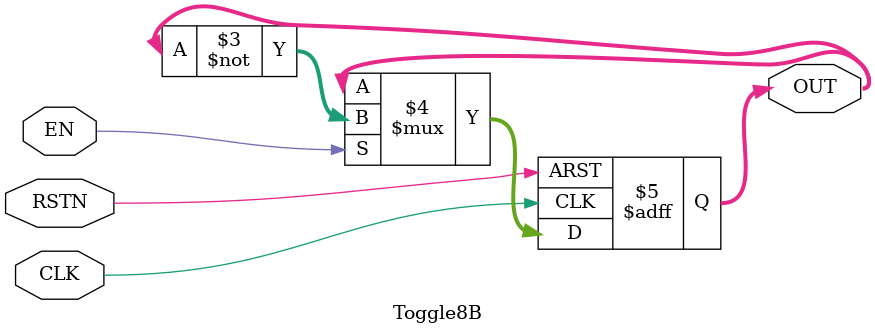
<source format=v>
module Toggle8B(/*AUTOARG*/
                // Outputs
                OUT,
                // Inputs
                CLK, RSTN, EN
                );
    input CLK;
    input RSTN;
    input EN;
    output reg [7:0] OUT;

    always @(posedge CLK or negedge RSTN) begin
        if (!RSTN) begin
            OUT <= 8'h00;
        end
        else begin
            OUT <= (EN) ? ~OUT : OUT;
        end
    end
    
endmodule

</source>
